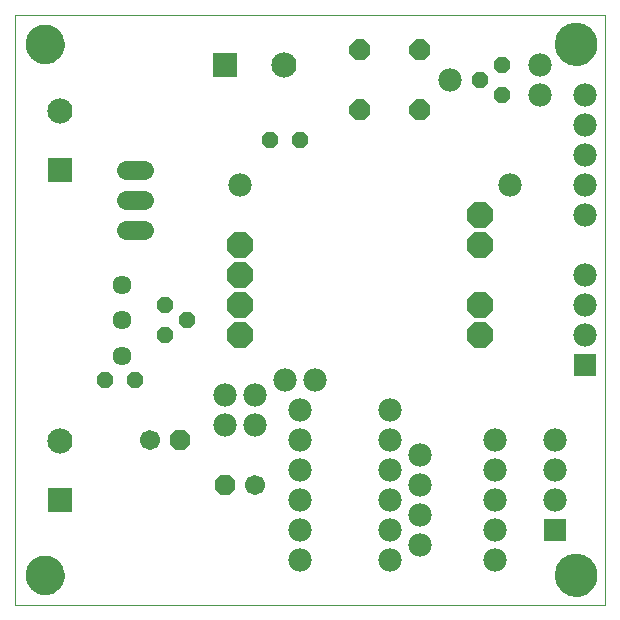
<source format=gbs>
G75*
G70*
%OFA0B0*%
%FSLAX24Y24*%
%IPPOS*%
%LPD*%
%AMOC8*
5,1,8,0,0,1.08239X$1,22.5*
%
%ADD10C,0.0000*%
%ADD11C,0.1300*%
%ADD12C,0.1418*%
%ADD13OC8,0.0700*%
%ADD14OC8,0.0560*%
%ADD15OC8,0.0890*%
%ADD16R,0.0840X0.0840*%
%ADD17C,0.0840*%
%ADD18OC8,0.0670*%
%ADD19C,0.0670*%
%ADD20R,0.0780X0.0780*%
%ADD21C,0.0780*%
%ADD22C,0.0640*%
%ADD23C,0.0634*%
D10*
X002125Y000100D02*
X002125Y019785D01*
X021810Y019785D01*
X021810Y000100D01*
X002125Y000100D01*
X002495Y001100D02*
X002497Y001150D01*
X002503Y001200D01*
X002513Y001249D01*
X002527Y001297D01*
X002544Y001344D01*
X002565Y001389D01*
X002590Y001433D01*
X002618Y001474D01*
X002650Y001513D01*
X002684Y001550D01*
X002721Y001584D01*
X002761Y001614D01*
X002803Y001641D01*
X002847Y001665D01*
X002893Y001686D01*
X002940Y001702D01*
X002988Y001715D01*
X003038Y001724D01*
X003087Y001729D01*
X003138Y001730D01*
X003188Y001727D01*
X003237Y001720D01*
X003286Y001709D01*
X003334Y001694D01*
X003380Y001676D01*
X003425Y001654D01*
X003468Y001628D01*
X003509Y001599D01*
X003548Y001567D01*
X003584Y001532D01*
X003616Y001494D01*
X003646Y001454D01*
X003673Y001411D01*
X003696Y001367D01*
X003715Y001321D01*
X003731Y001273D01*
X003743Y001224D01*
X003751Y001175D01*
X003755Y001125D01*
X003755Y001075D01*
X003751Y001025D01*
X003743Y000976D01*
X003731Y000927D01*
X003715Y000879D01*
X003696Y000833D01*
X003673Y000789D01*
X003646Y000746D01*
X003616Y000706D01*
X003584Y000668D01*
X003548Y000633D01*
X003509Y000601D01*
X003468Y000572D01*
X003425Y000546D01*
X003380Y000524D01*
X003334Y000506D01*
X003286Y000491D01*
X003237Y000480D01*
X003188Y000473D01*
X003138Y000470D01*
X003087Y000471D01*
X003038Y000476D01*
X002988Y000485D01*
X002940Y000498D01*
X002893Y000514D01*
X002847Y000535D01*
X002803Y000559D01*
X002761Y000586D01*
X002721Y000616D01*
X002684Y000650D01*
X002650Y000687D01*
X002618Y000726D01*
X002590Y000767D01*
X002565Y000811D01*
X002544Y000856D01*
X002527Y000903D01*
X002513Y000951D01*
X002503Y001000D01*
X002497Y001050D01*
X002495Y001100D01*
X020136Y001100D02*
X020138Y001152D01*
X020144Y001204D01*
X020154Y001255D01*
X020167Y001305D01*
X020185Y001355D01*
X020206Y001402D01*
X020230Y001448D01*
X020259Y001492D01*
X020290Y001534D01*
X020324Y001573D01*
X020361Y001610D01*
X020401Y001643D01*
X020444Y001674D01*
X020488Y001701D01*
X020534Y001725D01*
X020583Y001745D01*
X020632Y001761D01*
X020683Y001774D01*
X020734Y001783D01*
X020786Y001788D01*
X020838Y001789D01*
X020890Y001786D01*
X020942Y001779D01*
X020993Y001768D01*
X021043Y001754D01*
X021092Y001735D01*
X021139Y001713D01*
X021184Y001688D01*
X021228Y001659D01*
X021269Y001627D01*
X021308Y001592D01*
X021343Y001554D01*
X021376Y001513D01*
X021406Y001471D01*
X021432Y001426D01*
X021455Y001379D01*
X021474Y001330D01*
X021490Y001280D01*
X021502Y001230D01*
X021510Y001178D01*
X021514Y001126D01*
X021514Y001074D01*
X021510Y001022D01*
X021502Y000970D01*
X021490Y000920D01*
X021474Y000870D01*
X021455Y000821D01*
X021432Y000774D01*
X021406Y000729D01*
X021376Y000687D01*
X021343Y000646D01*
X021308Y000608D01*
X021269Y000573D01*
X021228Y000541D01*
X021184Y000512D01*
X021139Y000487D01*
X021092Y000465D01*
X021043Y000446D01*
X020993Y000432D01*
X020942Y000421D01*
X020890Y000414D01*
X020838Y000411D01*
X020786Y000412D01*
X020734Y000417D01*
X020683Y000426D01*
X020632Y000439D01*
X020583Y000455D01*
X020534Y000475D01*
X020488Y000499D01*
X020444Y000526D01*
X020401Y000557D01*
X020361Y000590D01*
X020324Y000627D01*
X020290Y000666D01*
X020259Y000708D01*
X020230Y000752D01*
X020206Y000798D01*
X020185Y000845D01*
X020167Y000895D01*
X020154Y000945D01*
X020144Y000996D01*
X020138Y001048D01*
X020136Y001100D01*
X020136Y018800D02*
X020138Y018852D01*
X020144Y018904D01*
X020154Y018955D01*
X020167Y019005D01*
X020185Y019055D01*
X020206Y019102D01*
X020230Y019148D01*
X020259Y019192D01*
X020290Y019234D01*
X020324Y019273D01*
X020361Y019310D01*
X020401Y019343D01*
X020444Y019374D01*
X020488Y019401D01*
X020534Y019425D01*
X020583Y019445D01*
X020632Y019461D01*
X020683Y019474D01*
X020734Y019483D01*
X020786Y019488D01*
X020838Y019489D01*
X020890Y019486D01*
X020942Y019479D01*
X020993Y019468D01*
X021043Y019454D01*
X021092Y019435D01*
X021139Y019413D01*
X021184Y019388D01*
X021228Y019359D01*
X021269Y019327D01*
X021308Y019292D01*
X021343Y019254D01*
X021376Y019213D01*
X021406Y019171D01*
X021432Y019126D01*
X021455Y019079D01*
X021474Y019030D01*
X021490Y018980D01*
X021502Y018930D01*
X021510Y018878D01*
X021514Y018826D01*
X021514Y018774D01*
X021510Y018722D01*
X021502Y018670D01*
X021490Y018620D01*
X021474Y018570D01*
X021455Y018521D01*
X021432Y018474D01*
X021406Y018429D01*
X021376Y018387D01*
X021343Y018346D01*
X021308Y018308D01*
X021269Y018273D01*
X021228Y018241D01*
X021184Y018212D01*
X021139Y018187D01*
X021092Y018165D01*
X021043Y018146D01*
X020993Y018132D01*
X020942Y018121D01*
X020890Y018114D01*
X020838Y018111D01*
X020786Y018112D01*
X020734Y018117D01*
X020683Y018126D01*
X020632Y018139D01*
X020583Y018155D01*
X020534Y018175D01*
X020488Y018199D01*
X020444Y018226D01*
X020401Y018257D01*
X020361Y018290D01*
X020324Y018327D01*
X020290Y018366D01*
X020259Y018408D01*
X020230Y018452D01*
X020206Y018498D01*
X020185Y018545D01*
X020167Y018595D01*
X020154Y018645D01*
X020144Y018696D01*
X020138Y018748D01*
X020136Y018800D01*
X002495Y018800D02*
X002497Y018850D01*
X002503Y018900D01*
X002513Y018949D01*
X002527Y018997D01*
X002544Y019044D01*
X002565Y019089D01*
X002590Y019133D01*
X002618Y019174D01*
X002650Y019213D01*
X002684Y019250D01*
X002721Y019284D01*
X002761Y019314D01*
X002803Y019341D01*
X002847Y019365D01*
X002893Y019386D01*
X002940Y019402D01*
X002988Y019415D01*
X003038Y019424D01*
X003087Y019429D01*
X003138Y019430D01*
X003188Y019427D01*
X003237Y019420D01*
X003286Y019409D01*
X003334Y019394D01*
X003380Y019376D01*
X003425Y019354D01*
X003468Y019328D01*
X003509Y019299D01*
X003548Y019267D01*
X003584Y019232D01*
X003616Y019194D01*
X003646Y019154D01*
X003673Y019111D01*
X003696Y019067D01*
X003715Y019021D01*
X003731Y018973D01*
X003743Y018924D01*
X003751Y018875D01*
X003755Y018825D01*
X003755Y018775D01*
X003751Y018725D01*
X003743Y018676D01*
X003731Y018627D01*
X003715Y018579D01*
X003696Y018533D01*
X003673Y018489D01*
X003646Y018446D01*
X003616Y018406D01*
X003584Y018368D01*
X003548Y018333D01*
X003509Y018301D01*
X003468Y018272D01*
X003425Y018246D01*
X003380Y018224D01*
X003334Y018206D01*
X003286Y018191D01*
X003237Y018180D01*
X003188Y018173D01*
X003138Y018170D01*
X003087Y018171D01*
X003038Y018176D01*
X002988Y018185D01*
X002940Y018198D01*
X002893Y018214D01*
X002847Y018235D01*
X002803Y018259D01*
X002761Y018286D01*
X002721Y018316D01*
X002684Y018350D01*
X002650Y018387D01*
X002618Y018426D01*
X002590Y018467D01*
X002565Y018511D01*
X002544Y018556D01*
X002527Y018603D01*
X002513Y018651D01*
X002503Y018700D01*
X002497Y018750D01*
X002495Y018800D01*
D11*
X003125Y018800D03*
X003125Y001100D03*
D12*
X020825Y001100D03*
X020825Y018800D03*
D13*
X015625Y018600D03*
X013625Y018600D03*
X013625Y016600D03*
X015625Y016600D03*
D14*
X017625Y017600D03*
X018375Y017100D03*
X018375Y018100D03*
X011625Y015600D03*
X010625Y015600D03*
X007125Y010100D03*
X007875Y009600D03*
X007125Y009100D03*
X006125Y007600D03*
X005125Y007600D03*
D15*
X009625Y009100D03*
X009625Y010100D03*
X009625Y011100D03*
X009625Y012100D03*
X017625Y012100D03*
X017625Y013100D03*
X017625Y010100D03*
X017625Y009100D03*
D16*
X009125Y018100D03*
X003625Y014600D03*
X003625Y003600D03*
D17*
X003625Y005569D03*
X003625Y016569D03*
X011094Y018100D03*
D18*
X007625Y005600D03*
X009125Y004100D03*
D19*
X010125Y004100D03*
X006625Y005600D03*
D20*
X020125Y002600D03*
X021125Y008100D03*
D21*
X021125Y009100D03*
X021125Y010100D03*
X021125Y011100D03*
X021125Y013100D03*
X021125Y014100D03*
X021125Y015100D03*
X021125Y016100D03*
X021125Y017100D03*
X019625Y017100D03*
X019625Y018100D03*
X016625Y017600D03*
X018625Y014100D03*
X012125Y007600D03*
X011125Y007600D03*
X010125Y007100D03*
X010125Y006100D03*
X009125Y006100D03*
X009125Y007100D03*
X011625Y006600D03*
X011625Y005600D03*
X011625Y004600D03*
X011625Y003600D03*
X011625Y002600D03*
X011625Y001600D03*
X014625Y001600D03*
X014625Y002600D03*
X014625Y003600D03*
X014625Y004600D03*
X014625Y005600D03*
X014625Y006600D03*
X015625Y005100D03*
X015625Y004100D03*
X015625Y003100D03*
X015625Y002100D03*
X018125Y001600D03*
X018125Y002600D03*
X018125Y003600D03*
X018125Y004600D03*
X018125Y005600D03*
X020125Y005600D03*
X020125Y004600D03*
X020125Y003600D03*
X009625Y014100D03*
D22*
X006425Y013600D02*
X005825Y013600D01*
X005825Y012600D02*
X006425Y012600D01*
X006425Y014600D02*
X005825Y014600D01*
D23*
X005684Y010781D03*
X005684Y009600D03*
X005684Y008419D03*
M02*

</source>
